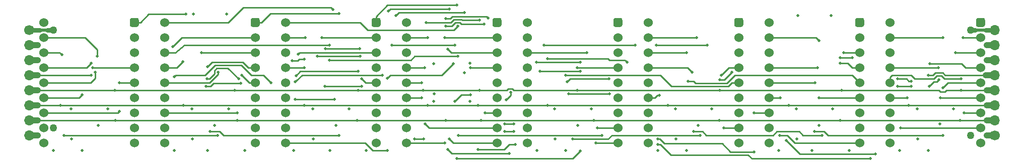
<source format=gbr>
G04 #@! TF.GenerationSoftware,KiCad,Pcbnew,(5.1.5-1-g2528d3844)*
G04 #@! TF.CreationDate,2020-01-09T15:51:35-05:00*
G04 #@! TF.ProjectId,8x16seg,38783136-7365-4672-9e6b-696361645f70,v1.0.0*
G04 #@! TF.SameCoordinates,Original*
G04 #@! TF.FileFunction,Copper,L4,Bot*
G04 #@! TF.FilePolarity,Positive*
%FSLAX46Y46*%
G04 Gerber Fmt 4.6, Leading zero omitted, Abs format (unit mm)*
G04 Created by KiCad (PCBNEW (5.1.5-1-g2528d3844)) date 2020-01-09 15:51:35*
%MOMM*%
%LPD*%
G04 APERTURE LIST*
%ADD10O,1.700000X1.700000*%
%ADD11C,1.700000*%
%ADD12C,1.524000*%
%ADD13C,0.100000*%
%ADD14C,1.000000*%
%ADD15C,0.508000*%
%ADD16C,1.270000*%
%ADD17C,1.000000*%
%ADD18C,0.762000*%
%ADD19C,0.508000*%
%ADD20C,0.254000*%
G04 APERTURE END LIST*
D10*
X228440000Y-92710000D03*
X228440000Y-95250000D03*
X228440000Y-97790000D03*
X228440000Y-100330000D03*
X228440000Y-102870000D03*
X228440000Y-105410000D03*
X228440000Y-107950000D03*
D11*
X228440000Y-110490000D03*
D10*
X66200000Y-110490000D03*
X66200000Y-107950000D03*
X66200000Y-105410000D03*
X66200000Y-102870000D03*
X66200000Y-100330000D03*
X66200000Y-97790000D03*
X66200000Y-95250000D03*
D11*
X66200000Y-92710000D03*
D12*
X68580000Y-91440000D03*
X68580000Y-93980000D03*
X68580000Y-96520000D03*
X68580000Y-99060000D03*
X68580000Y-101600000D03*
X68580000Y-104140000D03*
X68580000Y-106680000D03*
X68580000Y-109220000D03*
X68580000Y-111760000D03*
X83820000Y-111760000D03*
X83820000Y-109220000D03*
X83820000Y-106680000D03*
X83820000Y-104140000D03*
X83820000Y-101600000D03*
X83820000Y-99060000D03*
X83820000Y-96520000D03*
X83820000Y-93980000D03*
G04 #@! TA.AperFunction,ComponentPad*
D13*
G36*
X84238345Y-90679835D02*
G01*
X84275329Y-90685321D01*
X84311598Y-90694406D01*
X84346802Y-90707002D01*
X84380602Y-90722988D01*
X84412672Y-90742210D01*
X84442704Y-90764483D01*
X84470408Y-90789592D01*
X84495517Y-90817296D01*
X84517790Y-90847328D01*
X84537012Y-90879398D01*
X84552998Y-90913198D01*
X84565594Y-90948402D01*
X84574679Y-90984671D01*
X84580165Y-91021655D01*
X84582000Y-91059000D01*
X84582000Y-91821000D01*
X84580165Y-91858345D01*
X84574679Y-91895329D01*
X84565594Y-91931598D01*
X84552998Y-91966802D01*
X84537012Y-92000602D01*
X84517790Y-92032672D01*
X84495517Y-92062704D01*
X84470408Y-92090408D01*
X84442704Y-92115517D01*
X84412672Y-92137790D01*
X84380602Y-92157012D01*
X84346802Y-92172998D01*
X84311598Y-92185594D01*
X84275329Y-92194679D01*
X84238345Y-92200165D01*
X84201000Y-92202000D01*
X83439000Y-92202000D01*
X83401655Y-92200165D01*
X83364671Y-92194679D01*
X83328402Y-92185594D01*
X83293198Y-92172998D01*
X83259398Y-92157012D01*
X83227328Y-92137790D01*
X83197296Y-92115517D01*
X83169592Y-92090408D01*
X83144483Y-92062704D01*
X83122210Y-92032672D01*
X83102988Y-92000602D01*
X83087002Y-91966802D01*
X83074406Y-91931598D01*
X83065321Y-91895329D01*
X83059835Y-91858345D01*
X83058000Y-91821000D01*
X83058000Y-91059000D01*
X83059835Y-91021655D01*
X83065321Y-90984671D01*
X83074406Y-90948402D01*
X83087002Y-90913198D01*
X83102988Y-90879398D01*
X83122210Y-90847328D01*
X83144483Y-90817296D01*
X83169592Y-90789592D01*
X83197296Y-90764483D01*
X83227328Y-90742210D01*
X83259398Y-90722988D01*
X83293198Y-90707002D01*
X83328402Y-90694406D01*
X83364671Y-90685321D01*
X83401655Y-90679835D01*
X83439000Y-90678000D01*
X84201000Y-90678000D01*
X84238345Y-90679835D01*
G37*
G04 #@! TD.AperFunction*
D12*
X210820000Y-91440000D03*
X210820000Y-93980000D03*
X210820000Y-96520000D03*
X210820000Y-99060000D03*
X210820000Y-101600000D03*
X210820000Y-104140000D03*
X210820000Y-106680000D03*
X210820000Y-109220000D03*
X210820000Y-111760000D03*
X226060000Y-111760000D03*
X226060000Y-109220000D03*
X226060000Y-106680000D03*
X226060000Y-104140000D03*
X226060000Y-101600000D03*
X226060000Y-99060000D03*
X226060000Y-96520000D03*
X226060000Y-93980000D03*
G04 #@! TA.AperFunction,ComponentPad*
D13*
G36*
X226478345Y-90679835D02*
G01*
X226515329Y-90685321D01*
X226551598Y-90694406D01*
X226586802Y-90707002D01*
X226620602Y-90722988D01*
X226652672Y-90742210D01*
X226682704Y-90764483D01*
X226710408Y-90789592D01*
X226735517Y-90817296D01*
X226757790Y-90847328D01*
X226777012Y-90879398D01*
X226792998Y-90913198D01*
X226805594Y-90948402D01*
X226814679Y-90984671D01*
X226820165Y-91021655D01*
X226822000Y-91059000D01*
X226822000Y-91821000D01*
X226820165Y-91858345D01*
X226814679Y-91895329D01*
X226805594Y-91931598D01*
X226792998Y-91966802D01*
X226777012Y-92000602D01*
X226757790Y-92032672D01*
X226735517Y-92062704D01*
X226710408Y-92090408D01*
X226682704Y-92115517D01*
X226652672Y-92137790D01*
X226620602Y-92157012D01*
X226586802Y-92172998D01*
X226551598Y-92185594D01*
X226515329Y-92194679D01*
X226478345Y-92200165D01*
X226441000Y-92202000D01*
X225679000Y-92202000D01*
X225641655Y-92200165D01*
X225604671Y-92194679D01*
X225568402Y-92185594D01*
X225533198Y-92172998D01*
X225499398Y-92157012D01*
X225467328Y-92137790D01*
X225437296Y-92115517D01*
X225409592Y-92090408D01*
X225384483Y-92062704D01*
X225362210Y-92032672D01*
X225342988Y-92000602D01*
X225327002Y-91966802D01*
X225314406Y-91931598D01*
X225305321Y-91895329D01*
X225299835Y-91858345D01*
X225298000Y-91821000D01*
X225298000Y-91059000D01*
X225299835Y-91021655D01*
X225305321Y-90984671D01*
X225314406Y-90948402D01*
X225327002Y-90913198D01*
X225342988Y-90879398D01*
X225362210Y-90847328D01*
X225384483Y-90817296D01*
X225409592Y-90789592D01*
X225437296Y-90764483D01*
X225467328Y-90742210D01*
X225499398Y-90722988D01*
X225533198Y-90707002D01*
X225568402Y-90694406D01*
X225604671Y-90685321D01*
X225641655Y-90679835D01*
X225679000Y-90678000D01*
X226441000Y-90678000D01*
X226478345Y-90679835D01*
G37*
G04 #@! TD.AperFunction*
D12*
X190500000Y-91440000D03*
X190500000Y-93980000D03*
X190500000Y-96520000D03*
X190500000Y-99060000D03*
X190500000Y-101600000D03*
X190500000Y-104140000D03*
X190500000Y-106680000D03*
X190500000Y-109220000D03*
X190500000Y-111760000D03*
X205740000Y-111760000D03*
X205740000Y-109220000D03*
X205740000Y-106680000D03*
X205740000Y-104140000D03*
X205740000Y-101600000D03*
X205740000Y-99060000D03*
X205740000Y-96520000D03*
X205740000Y-93980000D03*
G04 #@! TA.AperFunction,ComponentPad*
D13*
G36*
X206158345Y-90679835D02*
G01*
X206195329Y-90685321D01*
X206231598Y-90694406D01*
X206266802Y-90707002D01*
X206300602Y-90722988D01*
X206332672Y-90742210D01*
X206362704Y-90764483D01*
X206390408Y-90789592D01*
X206415517Y-90817296D01*
X206437790Y-90847328D01*
X206457012Y-90879398D01*
X206472998Y-90913198D01*
X206485594Y-90948402D01*
X206494679Y-90984671D01*
X206500165Y-91021655D01*
X206502000Y-91059000D01*
X206502000Y-91821000D01*
X206500165Y-91858345D01*
X206494679Y-91895329D01*
X206485594Y-91931598D01*
X206472998Y-91966802D01*
X206457012Y-92000602D01*
X206437790Y-92032672D01*
X206415517Y-92062704D01*
X206390408Y-92090408D01*
X206362704Y-92115517D01*
X206332672Y-92137790D01*
X206300602Y-92157012D01*
X206266802Y-92172998D01*
X206231598Y-92185594D01*
X206195329Y-92194679D01*
X206158345Y-92200165D01*
X206121000Y-92202000D01*
X205359000Y-92202000D01*
X205321655Y-92200165D01*
X205284671Y-92194679D01*
X205248402Y-92185594D01*
X205213198Y-92172998D01*
X205179398Y-92157012D01*
X205147328Y-92137790D01*
X205117296Y-92115517D01*
X205089592Y-92090408D01*
X205064483Y-92062704D01*
X205042210Y-92032672D01*
X205022988Y-92000602D01*
X205007002Y-91966802D01*
X204994406Y-91931598D01*
X204985321Y-91895329D01*
X204979835Y-91858345D01*
X204978000Y-91821000D01*
X204978000Y-91059000D01*
X204979835Y-91021655D01*
X204985321Y-90984671D01*
X204994406Y-90948402D01*
X205007002Y-90913198D01*
X205022988Y-90879398D01*
X205042210Y-90847328D01*
X205064483Y-90817296D01*
X205089592Y-90789592D01*
X205117296Y-90764483D01*
X205147328Y-90742210D01*
X205179398Y-90722988D01*
X205213198Y-90707002D01*
X205248402Y-90694406D01*
X205284671Y-90685321D01*
X205321655Y-90679835D01*
X205359000Y-90678000D01*
X206121000Y-90678000D01*
X206158345Y-90679835D01*
G37*
G04 #@! TD.AperFunction*
D12*
X170180000Y-91440000D03*
X170180000Y-93980000D03*
X170180000Y-96520000D03*
X170180000Y-99060000D03*
X170180000Y-101600000D03*
X170180000Y-104140000D03*
X170180000Y-106680000D03*
X170180000Y-109220000D03*
X170180000Y-111760000D03*
X185420000Y-111760000D03*
X185420000Y-109220000D03*
X185420000Y-106680000D03*
X185420000Y-104140000D03*
X185420000Y-101600000D03*
X185420000Y-99060000D03*
X185420000Y-96520000D03*
X185420000Y-93980000D03*
G04 #@! TA.AperFunction,ComponentPad*
D13*
G36*
X185838345Y-90679835D02*
G01*
X185875329Y-90685321D01*
X185911598Y-90694406D01*
X185946802Y-90707002D01*
X185980602Y-90722988D01*
X186012672Y-90742210D01*
X186042704Y-90764483D01*
X186070408Y-90789592D01*
X186095517Y-90817296D01*
X186117790Y-90847328D01*
X186137012Y-90879398D01*
X186152998Y-90913198D01*
X186165594Y-90948402D01*
X186174679Y-90984671D01*
X186180165Y-91021655D01*
X186182000Y-91059000D01*
X186182000Y-91821000D01*
X186180165Y-91858345D01*
X186174679Y-91895329D01*
X186165594Y-91931598D01*
X186152998Y-91966802D01*
X186137012Y-92000602D01*
X186117790Y-92032672D01*
X186095517Y-92062704D01*
X186070408Y-92090408D01*
X186042704Y-92115517D01*
X186012672Y-92137790D01*
X185980602Y-92157012D01*
X185946802Y-92172998D01*
X185911598Y-92185594D01*
X185875329Y-92194679D01*
X185838345Y-92200165D01*
X185801000Y-92202000D01*
X185039000Y-92202000D01*
X185001655Y-92200165D01*
X184964671Y-92194679D01*
X184928402Y-92185594D01*
X184893198Y-92172998D01*
X184859398Y-92157012D01*
X184827328Y-92137790D01*
X184797296Y-92115517D01*
X184769592Y-92090408D01*
X184744483Y-92062704D01*
X184722210Y-92032672D01*
X184702988Y-92000602D01*
X184687002Y-91966802D01*
X184674406Y-91931598D01*
X184665321Y-91895329D01*
X184659835Y-91858345D01*
X184658000Y-91821000D01*
X184658000Y-91059000D01*
X184659835Y-91021655D01*
X184665321Y-90984671D01*
X184674406Y-90948402D01*
X184687002Y-90913198D01*
X184702988Y-90879398D01*
X184722210Y-90847328D01*
X184744483Y-90817296D01*
X184769592Y-90789592D01*
X184797296Y-90764483D01*
X184827328Y-90742210D01*
X184859398Y-90722988D01*
X184893198Y-90707002D01*
X184928402Y-90694406D01*
X184964671Y-90685321D01*
X185001655Y-90679835D01*
X185039000Y-90678000D01*
X185801000Y-90678000D01*
X185838345Y-90679835D01*
G37*
G04 #@! TD.AperFunction*
D12*
X149860000Y-91440000D03*
X149860000Y-93980000D03*
X149860000Y-96520000D03*
X149860000Y-99060000D03*
X149860000Y-101600000D03*
X149860000Y-104140000D03*
X149860000Y-106680000D03*
X149860000Y-109220000D03*
X149860000Y-111760000D03*
X165100000Y-111760000D03*
X165100000Y-109220000D03*
X165100000Y-106680000D03*
X165100000Y-104140000D03*
X165100000Y-101600000D03*
X165100000Y-99060000D03*
X165100000Y-96520000D03*
X165100000Y-93980000D03*
G04 #@! TA.AperFunction,ComponentPad*
D13*
G36*
X165518345Y-90679835D02*
G01*
X165555329Y-90685321D01*
X165591598Y-90694406D01*
X165626802Y-90707002D01*
X165660602Y-90722988D01*
X165692672Y-90742210D01*
X165722704Y-90764483D01*
X165750408Y-90789592D01*
X165775517Y-90817296D01*
X165797790Y-90847328D01*
X165817012Y-90879398D01*
X165832998Y-90913198D01*
X165845594Y-90948402D01*
X165854679Y-90984671D01*
X165860165Y-91021655D01*
X165862000Y-91059000D01*
X165862000Y-91821000D01*
X165860165Y-91858345D01*
X165854679Y-91895329D01*
X165845594Y-91931598D01*
X165832998Y-91966802D01*
X165817012Y-92000602D01*
X165797790Y-92032672D01*
X165775517Y-92062704D01*
X165750408Y-92090408D01*
X165722704Y-92115517D01*
X165692672Y-92137790D01*
X165660602Y-92157012D01*
X165626802Y-92172998D01*
X165591598Y-92185594D01*
X165555329Y-92194679D01*
X165518345Y-92200165D01*
X165481000Y-92202000D01*
X164719000Y-92202000D01*
X164681655Y-92200165D01*
X164644671Y-92194679D01*
X164608402Y-92185594D01*
X164573198Y-92172998D01*
X164539398Y-92157012D01*
X164507328Y-92137790D01*
X164477296Y-92115517D01*
X164449592Y-92090408D01*
X164424483Y-92062704D01*
X164402210Y-92032672D01*
X164382988Y-92000602D01*
X164367002Y-91966802D01*
X164354406Y-91931598D01*
X164345321Y-91895329D01*
X164339835Y-91858345D01*
X164338000Y-91821000D01*
X164338000Y-91059000D01*
X164339835Y-91021655D01*
X164345321Y-90984671D01*
X164354406Y-90948402D01*
X164367002Y-90913198D01*
X164382988Y-90879398D01*
X164402210Y-90847328D01*
X164424483Y-90817296D01*
X164449592Y-90789592D01*
X164477296Y-90764483D01*
X164507328Y-90742210D01*
X164539398Y-90722988D01*
X164573198Y-90707002D01*
X164608402Y-90694406D01*
X164644671Y-90685321D01*
X164681655Y-90679835D01*
X164719000Y-90678000D01*
X165481000Y-90678000D01*
X165518345Y-90679835D01*
G37*
G04 #@! TD.AperFunction*
D12*
X129540000Y-91440000D03*
X129540000Y-93980000D03*
X129540000Y-96520000D03*
X129540000Y-99060000D03*
X129540000Y-101600000D03*
X129540000Y-104140000D03*
X129540000Y-106680000D03*
X129540000Y-109220000D03*
X129540000Y-111760000D03*
X144780000Y-111760000D03*
X144780000Y-109220000D03*
X144780000Y-106680000D03*
X144780000Y-104140000D03*
X144780000Y-101600000D03*
X144780000Y-99060000D03*
X144780000Y-96520000D03*
X144780000Y-93980000D03*
G04 #@! TA.AperFunction,ComponentPad*
D13*
G36*
X145198345Y-90679835D02*
G01*
X145235329Y-90685321D01*
X145271598Y-90694406D01*
X145306802Y-90707002D01*
X145340602Y-90722988D01*
X145372672Y-90742210D01*
X145402704Y-90764483D01*
X145430408Y-90789592D01*
X145455517Y-90817296D01*
X145477790Y-90847328D01*
X145497012Y-90879398D01*
X145512998Y-90913198D01*
X145525594Y-90948402D01*
X145534679Y-90984671D01*
X145540165Y-91021655D01*
X145542000Y-91059000D01*
X145542000Y-91821000D01*
X145540165Y-91858345D01*
X145534679Y-91895329D01*
X145525594Y-91931598D01*
X145512998Y-91966802D01*
X145497012Y-92000602D01*
X145477790Y-92032672D01*
X145455517Y-92062704D01*
X145430408Y-92090408D01*
X145402704Y-92115517D01*
X145372672Y-92137790D01*
X145340602Y-92157012D01*
X145306802Y-92172998D01*
X145271598Y-92185594D01*
X145235329Y-92194679D01*
X145198345Y-92200165D01*
X145161000Y-92202000D01*
X144399000Y-92202000D01*
X144361655Y-92200165D01*
X144324671Y-92194679D01*
X144288402Y-92185594D01*
X144253198Y-92172998D01*
X144219398Y-92157012D01*
X144187328Y-92137790D01*
X144157296Y-92115517D01*
X144129592Y-92090408D01*
X144104483Y-92062704D01*
X144082210Y-92032672D01*
X144062988Y-92000602D01*
X144047002Y-91966802D01*
X144034406Y-91931598D01*
X144025321Y-91895329D01*
X144019835Y-91858345D01*
X144018000Y-91821000D01*
X144018000Y-91059000D01*
X144019835Y-91021655D01*
X144025321Y-90984671D01*
X144034406Y-90948402D01*
X144047002Y-90913198D01*
X144062988Y-90879398D01*
X144082210Y-90847328D01*
X144104483Y-90817296D01*
X144129592Y-90789592D01*
X144157296Y-90764483D01*
X144187328Y-90742210D01*
X144219398Y-90722988D01*
X144253198Y-90707002D01*
X144288402Y-90694406D01*
X144324671Y-90685321D01*
X144361655Y-90679835D01*
X144399000Y-90678000D01*
X145161000Y-90678000D01*
X145198345Y-90679835D01*
G37*
G04 #@! TD.AperFunction*
D12*
X109220000Y-91440000D03*
X109220000Y-93980000D03*
X109220000Y-96520000D03*
X109220000Y-99060000D03*
X109220000Y-101600000D03*
X109220000Y-104140000D03*
X109220000Y-106680000D03*
X109220000Y-109220000D03*
X109220000Y-111760000D03*
X124460000Y-111760000D03*
X124460000Y-109220000D03*
X124460000Y-106680000D03*
X124460000Y-104140000D03*
X124460000Y-101600000D03*
X124460000Y-99060000D03*
X124460000Y-96520000D03*
X124460000Y-93980000D03*
G04 #@! TA.AperFunction,ComponentPad*
D13*
G36*
X124878345Y-90679835D02*
G01*
X124915329Y-90685321D01*
X124951598Y-90694406D01*
X124986802Y-90707002D01*
X125020602Y-90722988D01*
X125052672Y-90742210D01*
X125082704Y-90764483D01*
X125110408Y-90789592D01*
X125135517Y-90817296D01*
X125157790Y-90847328D01*
X125177012Y-90879398D01*
X125192998Y-90913198D01*
X125205594Y-90948402D01*
X125214679Y-90984671D01*
X125220165Y-91021655D01*
X125222000Y-91059000D01*
X125222000Y-91821000D01*
X125220165Y-91858345D01*
X125214679Y-91895329D01*
X125205594Y-91931598D01*
X125192998Y-91966802D01*
X125177012Y-92000602D01*
X125157790Y-92032672D01*
X125135517Y-92062704D01*
X125110408Y-92090408D01*
X125082704Y-92115517D01*
X125052672Y-92137790D01*
X125020602Y-92157012D01*
X124986802Y-92172998D01*
X124951598Y-92185594D01*
X124915329Y-92194679D01*
X124878345Y-92200165D01*
X124841000Y-92202000D01*
X124079000Y-92202000D01*
X124041655Y-92200165D01*
X124004671Y-92194679D01*
X123968402Y-92185594D01*
X123933198Y-92172998D01*
X123899398Y-92157012D01*
X123867328Y-92137790D01*
X123837296Y-92115517D01*
X123809592Y-92090408D01*
X123784483Y-92062704D01*
X123762210Y-92032672D01*
X123742988Y-92000602D01*
X123727002Y-91966802D01*
X123714406Y-91931598D01*
X123705321Y-91895329D01*
X123699835Y-91858345D01*
X123698000Y-91821000D01*
X123698000Y-91059000D01*
X123699835Y-91021655D01*
X123705321Y-90984671D01*
X123714406Y-90948402D01*
X123727002Y-90913198D01*
X123742988Y-90879398D01*
X123762210Y-90847328D01*
X123784483Y-90817296D01*
X123809592Y-90789592D01*
X123837296Y-90764483D01*
X123867328Y-90742210D01*
X123899398Y-90722988D01*
X123933198Y-90707002D01*
X123968402Y-90694406D01*
X124004671Y-90685321D01*
X124041655Y-90679835D01*
X124079000Y-90678000D01*
X124841000Y-90678000D01*
X124878345Y-90679835D01*
G37*
G04 #@! TD.AperFunction*
D12*
X88900000Y-91440000D03*
X88900000Y-93980000D03*
X88900000Y-96520000D03*
X88900000Y-99060000D03*
X88900000Y-101600000D03*
X88900000Y-104140000D03*
X88900000Y-106680000D03*
X88900000Y-109220000D03*
X88900000Y-111760000D03*
X104140000Y-111760000D03*
X104140000Y-109220000D03*
X104140000Y-106680000D03*
X104140000Y-104140000D03*
X104140000Y-101600000D03*
X104140000Y-99060000D03*
X104140000Y-96520000D03*
X104140000Y-93980000D03*
G04 #@! TA.AperFunction,ComponentPad*
D13*
G36*
X104558345Y-90679835D02*
G01*
X104595329Y-90685321D01*
X104631598Y-90694406D01*
X104666802Y-90707002D01*
X104700602Y-90722988D01*
X104732672Y-90742210D01*
X104762704Y-90764483D01*
X104790408Y-90789592D01*
X104815517Y-90817296D01*
X104837790Y-90847328D01*
X104857012Y-90879398D01*
X104872998Y-90913198D01*
X104885594Y-90948402D01*
X104894679Y-90984671D01*
X104900165Y-91021655D01*
X104902000Y-91059000D01*
X104902000Y-91821000D01*
X104900165Y-91858345D01*
X104894679Y-91895329D01*
X104885594Y-91931598D01*
X104872998Y-91966802D01*
X104857012Y-92000602D01*
X104837790Y-92032672D01*
X104815517Y-92062704D01*
X104790408Y-92090408D01*
X104762704Y-92115517D01*
X104732672Y-92137790D01*
X104700602Y-92157012D01*
X104666802Y-92172998D01*
X104631598Y-92185594D01*
X104595329Y-92194679D01*
X104558345Y-92200165D01*
X104521000Y-92202000D01*
X103759000Y-92202000D01*
X103721655Y-92200165D01*
X103684671Y-92194679D01*
X103648402Y-92185594D01*
X103613198Y-92172998D01*
X103579398Y-92157012D01*
X103547328Y-92137790D01*
X103517296Y-92115517D01*
X103489592Y-92090408D01*
X103464483Y-92062704D01*
X103442210Y-92032672D01*
X103422988Y-92000602D01*
X103407002Y-91966802D01*
X103394406Y-91931598D01*
X103385321Y-91895329D01*
X103379835Y-91858345D01*
X103378000Y-91821000D01*
X103378000Y-91059000D01*
X103379835Y-91021655D01*
X103385321Y-90984671D01*
X103394406Y-90948402D01*
X103407002Y-90913198D01*
X103422988Y-90879398D01*
X103442210Y-90847328D01*
X103464483Y-90817296D01*
X103489592Y-90789592D01*
X103517296Y-90764483D01*
X103547328Y-90742210D01*
X103579398Y-90722988D01*
X103613198Y-90707002D01*
X103648402Y-90694406D01*
X103684671Y-90685321D01*
X103721655Y-90679835D01*
X103759000Y-90678000D01*
X104521000Y-90678000D01*
X104558345Y-90679835D01*
G37*
G04 #@! TD.AperFunction*
D14*
X67564000Y-110490000D03*
X67564000Y-107950000D03*
X67564000Y-105410000D03*
X67564000Y-102870000D03*
X67564000Y-100330000D03*
X67564000Y-97790000D03*
X67564000Y-95250000D03*
X227076000Y-95250000D03*
X227076000Y-97790000D03*
X227076000Y-100330000D03*
X227076000Y-102870000D03*
X227076000Y-105410000D03*
X227076000Y-107950000D03*
X227076000Y-110490000D03*
D15*
X215392000Y-106045000D03*
X195072000Y-106045000D03*
X174752000Y-106045000D03*
X113792000Y-106045000D03*
X93472000Y-106045000D03*
X140208000Y-104775000D03*
X154432000Y-106045000D03*
X93726000Y-90043000D03*
X195326000Y-90297000D03*
X134112000Y-98425000D03*
X73152000Y-106045000D03*
X221488000Y-106045000D03*
X201168000Y-106045000D03*
X180848000Y-106045000D03*
X119888000Y-106045000D03*
X99695000Y-106045000D03*
X73279000Y-111125000D03*
X77724000Y-108839000D03*
X139319000Y-99949000D03*
X134239000Y-103505000D03*
X134133327Y-104765644D03*
X160655000Y-106045000D03*
X97282000Y-108839000D03*
X93599000Y-111125000D03*
X99314000Y-90043000D03*
X113919000Y-111125000D03*
X117729000Y-108839000D03*
X158369000Y-108839000D03*
X154559000Y-111125000D03*
X215519000Y-111125000D03*
X219202000Y-108587530D03*
X198882000Y-108839000D03*
X200914000Y-90297000D03*
X178562000Y-108839000D03*
X217297000Y-113030000D03*
X197739000Y-113030000D03*
X176657000Y-113030000D03*
X156337000Y-113030000D03*
X116713000Y-113030000D03*
X96139000Y-113030000D03*
X75057000Y-113030000D03*
X195199000Y-111125000D03*
X140208000Y-98298000D03*
X79375000Y-106045000D03*
X174879000Y-111125000D03*
D16*
X70231000Y-92710000D03*
X224409000Y-110490000D03*
X224409000Y-92710000D03*
D15*
X212471000Y-113030000D03*
X203962000Y-113030000D03*
X192151000Y-113030000D03*
X171831000Y-113030000D03*
X151511000Y-113030000D03*
X122809000Y-113030000D03*
X110617000Y-113030000D03*
X102362000Y-113030000D03*
X90551000Y-113030000D03*
X70231000Y-113030000D03*
D16*
X70231000Y-109220000D03*
D15*
X80645000Y-107950000D03*
X101092000Y-107950000D03*
X121285000Y-107950000D03*
X182118000Y-107950000D03*
X202438000Y-107950000D03*
X136144000Y-107950000D03*
X142113000Y-107950000D03*
X161036000Y-107950000D03*
X222631000Y-107950000D03*
X92075000Y-105410000D03*
X112395000Y-105410000D03*
X213995000Y-105410000D03*
X153289000Y-105410000D03*
X133096043Y-105410000D03*
X141605018Y-105410000D03*
X71374000Y-105410000D03*
X193802000Y-105410000D03*
X173482000Y-105410000D03*
X141859010Y-102870000D03*
X80518000Y-102870000D03*
X121412000Y-102870000D03*
X182245000Y-102870000D03*
X202692000Y-102870000D03*
X222758000Y-102870000D03*
X158242000Y-102870000D03*
X100711000Y-102870000D03*
X132334000Y-102870000D03*
X76581000Y-100330000D03*
X217297000Y-100330000D03*
X92456010Y-90043000D03*
X76835000Y-99060000D03*
X81280000Y-101600000D03*
X81280000Y-106426000D03*
X75057000Y-103632000D03*
X77216000Y-99822000D03*
X76581000Y-98298000D03*
X71628000Y-96901000D03*
X77597000Y-97155000D03*
X117221000Y-89281000D03*
X116586000Y-95249990D03*
X91948000Y-98044000D03*
X97914537Y-99829911D03*
X90551000Y-100584000D03*
X110871000Y-104393999D03*
X117475004Y-104394000D03*
X106807000Y-101600000D03*
X101092000Y-106680000D03*
X95885000Y-102234990D03*
X101727000Y-101727000D03*
X96018274Y-100919385D03*
X101346000Y-100965000D03*
X101854000Y-100330000D03*
X96133987Y-98919493D03*
X95123000Y-96520000D03*
X90297000Y-95504000D03*
X118237000Y-89916000D03*
X138176000Y-92075000D03*
X112522000Y-93980000D03*
X112395000Y-99060000D03*
X110363008Y-97917000D03*
X112395000Y-97663000D03*
X126492000Y-89535000D03*
X125476000Y-100330000D03*
X110871000Y-101473000D03*
X136779000Y-89156530D03*
X121412000Y-99695000D03*
X110993488Y-100452472D03*
X126365000Y-113030000D03*
X137668000Y-95250000D03*
X127127000Y-95250000D03*
X137414000Y-98425000D03*
X126365000Y-100838000D03*
X115823990Y-102235000D03*
X122047000Y-102235000D03*
X121793000Y-97155000D03*
X114554000Y-97155010D03*
X122047000Y-100965000D03*
X121666000Y-95885000D03*
X115951000Y-95885000D03*
X111379003Y-96774003D03*
X115316000Y-93980000D03*
X138049000Y-88519000D03*
X133096000Y-93980000D03*
X132461000Y-111125000D03*
X130937000Y-111125000D03*
X132588000Y-99060000D03*
X132080000Y-101600000D03*
X132080000Y-104140000D03*
X139319000Y-89789000D03*
X127762000Y-90297000D03*
X136017000Y-111760000D03*
X136779000Y-111125000D03*
X132715000Y-108585000D03*
X142748021Y-106680000D03*
X141859000Y-91059000D03*
X132842000Y-91440000D03*
X142621000Y-91694000D03*
X136144000Y-92075000D03*
X143256000Y-90678000D03*
X136144000Y-90805000D03*
X140335000Y-99060000D03*
X140335000Y-103632000D03*
X137668000Y-104775000D03*
X136559251Y-95977751D03*
X136017000Y-93980000D03*
X136525000Y-112903000D03*
X146812000Y-113538000D03*
X146304000Y-104521000D03*
X147066000Y-103251000D03*
X159893000Y-96520000D03*
X146049979Y-108585000D03*
X147574000Y-108585000D03*
X147574000Y-109855000D03*
X146050000Y-109855000D03*
X158750000Y-98171000D03*
X151384000Y-98171000D03*
X141605000Y-112902968D03*
X147828000Y-112014000D03*
X158750000Y-99695000D03*
X152019000Y-99695000D03*
X161417000Y-111760000D03*
X161671000Y-109220000D03*
X162433000Y-110490000D03*
X138303000Y-110490000D03*
X158242000Y-99060000D03*
X178308000Y-93980000D03*
X176657000Y-96520000D03*
X177546000Y-99822000D03*
X152654000Y-95250000D03*
X168021000Y-95250000D03*
X172085000Y-103759000D03*
X153289000Y-97536000D03*
X166624000Y-98171000D03*
X171577000Y-95250000D03*
X180086000Y-95250000D03*
X182880000Y-109220000D03*
X156591000Y-101473000D03*
X163576000Y-100965000D03*
X156845000Y-103505000D03*
X163703000Y-103505000D03*
X156337000Y-100330000D03*
X182499000Y-100330000D03*
X184277000Y-99822000D03*
X182245000Y-101092000D03*
X198882000Y-94488000D03*
X198628000Y-99060000D03*
X198247000Y-101600000D03*
X192405000Y-104140000D03*
X187960000Y-106680000D03*
X171831000Y-111125000D03*
X187960000Y-113284000D03*
X192278000Y-110490000D03*
X204470000Y-97409000D03*
X202438000Y-97409000D03*
X207518000Y-114427000D03*
X171831000Y-112014000D03*
X198882000Y-104140000D03*
X176911000Y-101346000D03*
X202438000Y-98298000D03*
X203073000Y-96520000D03*
X212090000Y-102235000D03*
X214376000Y-102235000D03*
X219710000Y-93980000D03*
X214376000Y-101346000D03*
X212090000Y-100965000D03*
X218948000Y-99060000D03*
X222758000Y-100965000D03*
X213741000Y-104140000D03*
X193421000Y-111379000D03*
X208407000Y-113665000D03*
X212598000Y-109220000D03*
X223266000Y-106680000D03*
X219329000Y-104140000D03*
X219710000Y-102489000D03*
X217551000Y-98425000D03*
X221869000Y-96520000D03*
X223139000Y-93980000D03*
X217424000Y-102235000D03*
X219075000Y-101092000D03*
X97790000Y-110490000D03*
X72009000Y-110490000D03*
X118237000Y-110490000D03*
X96519996Y-109855000D03*
X138176000Y-97155000D03*
X116585968Y-97789994D03*
X158750000Y-113157000D03*
X138049000Y-114427000D03*
X178943000Y-110490000D03*
X157480000Y-111125000D03*
X199390000Y-110490000D03*
X177800000Y-109855000D03*
X219710000Y-110490000D03*
X198120000Y-109855000D03*
D17*
X228440000Y-95250000D02*
X227076000Y-95250000D01*
X66200000Y-95250000D02*
X67564000Y-95250000D01*
X228440000Y-110490000D02*
X227076000Y-110490000D01*
X228440000Y-97790000D02*
X227076000Y-97790000D01*
X66200000Y-110490000D02*
X67564000Y-110490000D01*
X66200000Y-97790000D02*
X67564000Y-97790000D01*
D18*
X66200000Y-92710000D02*
X67945000Y-92710000D01*
D19*
X67945000Y-92710000D02*
X69215000Y-92710000D01*
D18*
X69215000Y-92710000D02*
X70231000Y-92710000D01*
X224409000Y-92710000D02*
X225171000Y-92710000D01*
X228440000Y-92710000D02*
X226949000Y-92710000D01*
D19*
X226949000Y-92710000D02*
X225171000Y-92710000D01*
D20*
X80645000Y-107950000D02*
X101092000Y-107950000D01*
X101092000Y-107950000D02*
X121285000Y-107950000D01*
X182118000Y-107950000D02*
X202438000Y-107950000D01*
X121285000Y-107950000D02*
X136144000Y-107950000D01*
X67564000Y-107950000D02*
X80645000Y-107950000D01*
D17*
X228440000Y-107950000D02*
X227076000Y-107950000D01*
X66200000Y-107950000D02*
X67564000Y-107950000D01*
D20*
X136144000Y-107950000D02*
X142113000Y-107950000D01*
X161036000Y-107950000D02*
X182118000Y-107950000D01*
X161036000Y-107950000D02*
X142113000Y-107950000D01*
X222631000Y-107950000D02*
X226060000Y-107950000D01*
X226060000Y-107950000D02*
X227076000Y-107950000D01*
X202438000Y-107950000D02*
X222631000Y-107950000D01*
X112395000Y-105410000D02*
X92075000Y-105410000D01*
X112395000Y-105410000D02*
X133096043Y-105410000D01*
X133096043Y-105410000D02*
X141605018Y-105410000D01*
X153289000Y-105410000D02*
X141605018Y-105410000D01*
X227076000Y-105410000D02*
X213995000Y-105410000D01*
D17*
X228440000Y-105410000D02*
X227076000Y-105410000D01*
X66200000Y-105410000D02*
X67564000Y-105410000D01*
D20*
X71374000Y-105410000D02*
X67564000Y-105410000D01*
X71374000Y-105410000D02*
X92075000Y-105410000D01*
X213995000Y-105410000D02*
X193802000Y-105410000D01*
X193802000Y-105410000D02*
X173482000Y-105410000D01*
X153289000Y-105410000D02*
X173482000Y-105410000D01*
D17*
X228440000Y-102870000D02*
X227076000Y-102870000D01*
X66200000Y-102870000D02*
X67564000Y-102870000D01*
D20*
X80518000Y-102870000D02*
X67564000Y-102870000D01*
X182245000Y-102870000D02*
X202692000Y-102870000D01*
X226060000Y-102870000D02*
X227076000Y-102870000D01*
X219329000Y-103124000D02*
X219075000Y-102870000D01*
X222758000Y-102870000D02*
X226060000Y-102870000D01*
X219075000Y-102870000D02*
X202692000Y-102870000D01*
X222758000Y-102870000D02*
X220345000Y-102870000D01*
X220345000Y-102870000D02*
X220091000Y-103124000D01*
X220091000Y-103124000D02*
X219329000Y-103124000D01*
X161671000Y-102870000D02*
X182245000Y-102870000D01*
X161671000Y-102870000D02*
X158242000Y-102870000D01*
X100711000Y-102870000D02*
X121412000Y-102870000D01*
X100711000Y-102870000D02*
X80518000Y-102870000D01*
X121412000Y-102870000D02*
X132334000Y-102870000D01*
X146685023Y-102615977D02*
X147370781Y-102615977D01*
X146431000Y-102870000D02*
X146685023Y-102615977D01*
X147624804Y-102870000D02*
X158242000Y-102870000D01*
X132334000Y-102870000D02*
X146431000Y-102870000D01*
X147370781Y-102615977D02*
X147624804Y-102870000D01*
D17*
X66200000Y-100330000D02*
X67564000Y-100330000D01*
D20*
X76581000Y-100330000D02*
X67564000Y-100330000D01*
D17*
X228440000Y-100330000D02*
X226949000Y-100330000D01*
D20*
X218059000Y-100330000D02*
X218440000Y-99949000D01*
X220091000Y-100330000D02*
X226949000Y-100330000D01*
X218440000Y-99949000D02*
X219710000Y-99949000D01*
X217297000Y-100330000D02*
X218059000Y-100330000D01*
X219710000Y-99949000D02*
X220091000Y-100330000D01*
X92096800Y-90043000D02*
X92456010Y-90043000D01*
X83820000Y-91440000D02*
X84836000Y-91440000D01*
X86233000Y-90043000D02*
X92096800Y-90043000D01*
X84836000Y-91440000D02*
X86233000Y-90043000D01*
X76835000Y-99060000D02*
X83820000Y-99060000D01*
X81280000Y-101600000D02*
X83820000Y-101600000D01*
X81026000Y-106680000D02*
X68580000Y-106680000D01*
X81280000Y-106426000D02*
X81026000Y-106680000D01*
X75057000Y-103632000D02*
X74549000Y-104140000D01*
X74549000Y-104140000D02*
X68580000Y-104140000D01*
X76454000Y-101600000D02*
X68580000Y-101600000D01*
X77216000Y-99822000D02*
X77216000Y-100838000D01*
X77216000Y-100838000D02*
X76454000Y-101600000D01*
X76581000Y-98298000D02*
X75819000Y-99060000D01*
X75819000Y-99060000D02*
X68580000Y-99060000D01*
X71247000Y-96520000D02*
X68580000Y-96520000D01*
X71628000Y-96901000D02*
X71247000Y-96520000D01*
X72136000Y-93980000D02*
X68580000Y-93980000D01*
X75565000Y-93980000D02*
X72136000Y-93980000D01*
X77597000Y-96012000D02*
X75565000Y-93980000D01*
X77597000Y-97155000D02*
X77597000Y-96012000D01*
X116840000Y-88900000D02*
X117221000Y-89281000D01*
X102108000Y-88900000D02*
X116840000Y-88900000D01*
X99568000Y-91440000D02*
X102108000Y-88900000D01*
X88900000Y-91440000D02*
X99568000Y-91440000D01*
X90678000Y-96520000D02*
X92202000Y-95250000D01*
X88900000Y-96520000D02*
X90678000Y-96520000D01*
X100330000Y-95250000D02*
X100076000Y-95250000D01*
X92202000Y-95250000D02*
X100330000Y-95250000D01*
X100330000Y-95250000D02*
X100330010Y-95249990D01*
X116226790Y-95249990D02*
X116586000Y-95249990D01*
X100330010Y-95249990D02*
X116226790Y-95249990D01*
X90932000Y-99060000D02*
X88900000Y-99060000D01*
X91948000Y-98044000D02*
X90932000Y-99060000D01*
X96503658Y-101600000D02*
X97914537Y-100189121D01*
X88900000Y-101600000D02*
X96503658Y-101600000D01*
X97914537Y-100189121D02*
X97914537Y-99829911D01*
X110871000Y-104393999D02*
X111230211Y-104394000D01*
X111230211Y-104394000D02*
X117115794Y-104394000D01*
X117115794Y-104394000D02*
X117475004Y-104394000D01*
X95731750Y-100330001D02*
X90804999Y-100330001D01*
X106807000Y-101600000D02*
X105537001Y-100330001D01*
X105537001Y-100330001D02*
X103505001Y-100330001D01*
X97396782Y-98664969D02*
X95731750Y-100330001D01*
X103505001Y-100330001D02*
X101839969Y-98664969D01*
X90804999Y-100330001D02*
X90551000Y-100584000D01*
X101839969Y-98664969D02*
X97396782Y-98664969D01*
X96774000Y-106680000D02*
X101092000Y-106680000D01*
X88900000Y-106680000D02*
X96774000Y-106680000D01*
X95885010Y-102235000D02*
X95885000Y-102234990D01*
X96647000Y-102235000D02*
X95885010Y-102235000D01*
X97155000Y-101727000D02*
X96647000Y-102235000D01*
X101727000Y-101727000D02*
X97155000Y-101727000D01*
X97282000Y-100076000D02*
X96438615Y-100919385D01*
X101346000Y-100965000D02*
X99553980Y-99172980D01*
X96438615Y-100919385D02*
X96018274Y-100919385D01*
X97282000Y-99568000D02*
X97282000Y-100076000D01*
X99553980Y-99172980D02*
X97677020Y-99172980D01*
X97677020Y-99172980D02*
X97282000Y-99568000D01*
X101854000Y-100330000D02*
X103124000Y-101600000D01*
X103124000Y-101600000D02*
X104140000Y-101600000D01*
X104140000Y-99060000D02*
X102989979Y-99060000D01*
X102989979Y-99060000D02*
X102086937Y-98156958D01*
X96387986Y-98665494D02*
X96133987Y-98919493D01*
X102086937Y-98156958D02*
X96896522Y-98156958D01*
X96896522Y-98156958D02*
X96387986Y-98665494D01*
X95123000Y-96520000D02*
X104140000Y-96520000D01*
X94996000Y-93980000D02*
X104140000Y-93980000D01*
X91821000Y-93980000D02*
X94996000Y-93980000D01*
X90297000Y-95504000D02*
X91821000Y-93980000D01*
X105156000Y-91440000D02*
X104140000Y-91440000D01*
X106680000Y-89916000D02*
X105156000Y-91440000D01*
X118237000Y-89916000D02*
X106680000Y-89916000D01*
X121793000Y-91440000D02*
X109220000Y-91440000D01*
X123063000Y-92710000D02*
X121793000Y-91440000D01*
X137541000Y-92710000D02*
X123063000Y-92710000D01*
X138176000Y-92075000D02*
X137541000Y-92710000D01*
X112522000Y-93980000D02*
X109220000Y-93980000D01*
X112395000Y-99060000D02*
X109220000Y-99060000D01*
X111252000Y-97917000D02*
X110363008Y-97917000D01*
X112395000Y-97663000D02*
X111506000Y-97663000D01*
X111506000Y-97663000D02*
X111252000Y-97917000D01*
X112014000Y-100330000D02*
X111124999Y-101219001D01*
X125476000Y-100330000D02*
X112014000Y-100330000D01*
X111124999Y-101219001D02*
X110871000Y-101473000D01*
X126492000Y-89535000D02*
X126870470Y-89156530D01*
X126870470Y-89156530D02*
X136544175Y-89156530D01*
X136544175Y-89156530D02*
X136779000Y-89156530D01*
X111750960Y-99695000D02*
X110993488Y-100452472D01*
X121412000Y-99695000D02*
X111750960Y-99695000D01*
X126005790Y-113030000D02*
X126365000Y-113030000D01*
X123875802Y-113030000D02*
X126005790Y-113030000D01*
X122605802Y-111760000D02*
X123875802Y-113030000D01*
X109220000Y-111760000D02*
X122605802Y-111760000D01*
X137668000Y-95250000D02*
X127127000Y-95250000D01*
X126618999Y-100584001D02*
X126365000Y-100838000D01*
X126873000Y-100330000D02*
X126618999Y-100584001D01*
X135509000Y-100330000D02*
X126873000Y-100330000D01*
X137414000Y-98425000D02*
X135509000Y-100330000D01*
X115823990Y-102235000D02*
X122047000Y-102235000D01*
X116890808Y-97155000D02*
X121793000Y-97155000D01*
X116890801Y-97154993D02*
X116890808Y-97155000D01*
X114554017Y-97154993D02*
X116890801Y-97154993D01*
X114554000Y-97155010D02*
X114554017Y-97154993D01*
X122682000Y-101600000D02*
X122047000Y-100965000D01*
X124460000Y-101600000D02*
X122682000Y-101600000D01*
X121666000Y-95885000D02*
X115951000Y-95885000D01*
X124460000Y-96520000D02*
X111633006Y-96520000D01*
X111633006Y-96520000D02*
X111633002Y-96520004D01*
X111633002Y-96520004D02*
X111379003Y-96774003D01*
X115316000Y-93980000D02*
X124460000Y-93980000D01*
X124460000Y-90424000D02*
X124460000Y-91440000D01*
X126359931Y-88524069D02*
X124460000Y-90424000D01*
X137927069Y-88524069D02*
X126359931Y-88524069D01*
X138049000Y-88519000D02*
X137932138Y-88519000D01*
X137932138Y-88519000D02*
X137927069Y-88524069D01*
X133096000Y-93980000D02*
X129540000Y-93980000D01*
X130937000Y-111125000D02*
X132461000Y-111125000D01*
X132588000Y-99060000D02*
X129540000Y-99060000D01*
X132080000Y-101600000D02*
X129540000Y-101600000D01*
X132080000Y-104140000D02*
X129540000Y-104140000D01*
X132207000Y-89789000D02*
X139319000Y-89789000D01*
X128270000Y-89789000D02*
X132207000Y-89789000D01*
X127762000Y-90297000D02*
X128270000Y-89789000D01*
X136017000Y-111760000D02*
X129540000Y-111760000D01*
X137414000Y-111760000D02*
X144780000Y-111760000D01*
X136779000Y-111125000D02*
X137414000Y-111760000D01*
X133350000Y-109220000D02*
X137414012Y-109220000D01*
X137414012Y-109220000D02*
X144780000Y-109220000D01*
X132715000Y-108585000D02*
X133350000Y-109220000D01*
X144780000Y-106680000D02*
X142748021Y-106680000D01*
X138938000Y-91059000D02*
X141859000Y-91059000D01*
X132842000Y-91440000D02*
X137033000Y-91440000D01*
X138811000Y-90932000D02*
X138938000Y-91059000D01*
X137033000Y-91440000D02*
X137541000Y-90932000D01*
X137541000Y-90932000D02*
X138811000Y-90932000D01*
X138811000Y-91694000D02*
X142621000Y-91694000D01*
X136144000Y-92075000D02*
X137160000Y-92075000D01*
X137160000Y-92075000D02*
X137795000Y-91440000D01*
X137795000Y-91440000D02*
X138557000Y-91440000D01*
X138557000Y-91440000D02*
X138811000Y-91694000D01*
X143002000Y-90424000D02*
X143256000Y-90678000D01*
X137287000Y-90424000D02*
X143002000Y-90424000D01*
X136906000Y-90805000D02*
X137287000Y-90424000D01*
X136144000Y-90805000D02*
X136906000Y-90805000D01*
X144780000Y-99060000D02*
X140335000Y-99060000D01*
X138811000Y-103632000D02*
X140335000Y-103632000D01*
X137668000Y-104775000D02*
X138811000Y-103632000D01*
X136813250Y-96231750D02*
X136559251Y-95977751D01*
X144780000Y-96520000D02*
X137101500Y-96520000D01*
X137101500Y-96520000D02*
X136813250Y-96231750D01*
X144780000Y-93980000D02*
X136017000Y-93980000D01*
X137159978Y-113537978D02*
X136525000Y-112903000D01*
X142113140Y-113537978D02*
X137159978Y-113537978D01*
X142113162Y-113538000D02*
X142113140Y-113537978D01*
X146812000Y-113538000D02*
X142113162Y-113538000D01*
X147066000Y-103759000D02*
X146304000Y-104521000D01*
X147066000Y-103251000D02*
X147066000Y-103759000D01*
X159893000Y-96520000D02*
X149860000Y-96520000D01*
X146049979Y-108585000D02*
X147574000Y-108585000D01*
X146050000Y-109855000D02*
X147574000Y-109855000D01*
X151384000Y-98171000D02*
X158750000Y-98171000D01*
X147468790Y-112014000D02*
X147828000Y-112014000D01*
X141964210Y-112902968D02*
X141964242Y-112903000D01*
X146877332Y-112014000D02*
X147468790Y-112014000D01*
X141605000Y-112902968D02*
X141964210Y-112902968D01*
X145988332Y-112903000D02*
X146877332Y-112014000D01*
X141964242Y-112903000D02*
X145988332Y-112903000D01*
X152019000Y-99695000D02*
X158750000Y-99695000D01*
X161417000Y-111760000D02*
X165100000Y-111760000D01*
X161671000Y-109220000D02*
X165100000Y-109220000D01*
X138303000Y-110490000D02*
X162433000Y-110490000D01*
X158242000Y-99060000D02*
X165100000Y-99060000D01*
X178308000Y-93980000D02*
X170180000Y-93980000D01*
X176657000Y-96520000D02*
X170180000Y-96520000D01*
X176784000Y-99060000D02*
X170180000Y-99060000D01*
X177546000Y-99822000D02*
X176784000Y-99060000D01*
X168021000Y-95250000D02*
X152654000Y-95250000D01*
X171704000Y-103759000D02*
X171323000Y-104140000D01*
X171323000Y-104140000D02*
X170180000Y-104140000D01*
X172085000Y-103759000D02*
X171704000Y-103759000D01*
X153289000Y-97536000D02*
X163449000Y-97536000D01*
X163449000Y-97536000D02*
X163703000Y-97790000D01*
X166370001Y-97917001D02*
X166624000Y-98171000D01*
X163703000Y-97790000D02*
X166243000Y-97790000D01*
X166243000Y-97790000D02*
X166370001Y-97917001D01*
X180086000Y-95250000D02*
X171577000Y-95250000D01*
X182880000Y-109220000D02*
X185420000Y-109220000D01*
X157099000Y-100965000D02*
X163576000Y-100965000D01*
X156591000Y-101473000D02*
X157099000Y-100965000D01*
X163703000Y-103505000D02*
X156845000Y-103505000D01*
X184277000Y-101600000D02*
X185420000Y-101600000D01*
X174117000Y-102235000D02*
X183642000Y-102235000D01*
X172212000Y-100330000D02*
X174117000Y-102235000D01*
X156337000Y-100330000D02*
X172212000Y-100330000D01*
X183642000Y-102235000D02*
X184277000Y-101600000D01*
X183769000Y-99060000D02*
X185420000Y-99060000D01*
X182499000Y-100330000D02*
X183769000Y-99060000D01*
X182245000Y-101092000D02*
X183007000Y-101092000D01*
X183007000Y-101092000D02*
X184277000Y-99822000D01*
X198374000Y-93980000D02*
X190500000Y-93980000D01*
X198882000Y-94488000D02*
X198374000Y-93980000D01*
X190500000Y-99060000D02*
X198628000Y-99060000D01*
X190500000Y-101600000D02*
X198247000Y-101600000D01*
X192405000Y-104140000D02*
X190500000Y-104140000D01*
X190500000Y-106680000D02*
X187960000Y-106680000D01*
X172952210Y-111887000D02*
X172190210Y-111125000D01*
X182626000Y-111887000D02*
X172952210Y-111887000D01*
X187957655Y-113286345D02*
X187200231Y-113286345D01*
X172190210Y-111125000D02*
X171831000Y-111125000D01*
X187200231Y-113286345D02*
X184025342Y-113286342D01*
X187960000Y-113284000D02*
X187957655Y-113286345D01*
X184025342Y-113286342D02*
X182626000Y-111887000D01*
X192637210Y-110490000D02*
X192278000Y-110490000D01*
X193548000Y-110490000D02*
X192637210Y-110490000D01*
X194818000Y-111760000D02*
X193548000Y-110490000D01*
X205740000Y-111760000D02*
X194818000Y-111760000D01*
X204470000Y-97409000D02*
X202438000Y-97409000D01*
X187626045Y-114427000D02*
X207518000Y-114427000D01*
X186990858Y-113791815D02*
X187626045Y-114427000D01*
X174044650Y-113791815D02*
X186990858Y-113791815D01*
X171831000Y-112014000D02*
X172266835Y-112014000D01*
X172266835Y-112014000D02*
X174044650Y-113791815D01*
X203581000Y-104140000D02*
X205740000Y-104140000D01*
X198882000Y-104140000D02*
X203581000Y-104140000D01*
X204470000Y-100330000D02*
X205740000Y-101600000D01*
X184785000Y-100330000D02*
X204470000Y-100330000D01*
X183388000Y-101727000D02*
X184785000Y-100330000D01*
X176911000Y-101346000D02*
X177800000Y-101346000D01*
X178181000Y-101727000D02*
X183388000Y-101727000D01*
X177800000Y-101346000D02*
X178181000Y-101727000D01*
X203708000Y-98298000D02*
X204470000Y-99060000D01*
X202438000Y-98298000D02*
X203708000Y-98298000D01*
X204470000Y-99060000D02*
X205740000Y-99060000D01*
X205740000Y-96520000D02*
X203073000Y-96520000D01*
X214376000Y-102235000D02*
X212090000Y-102235000D01*
X219710000Y-93980000D02*
X210820000Y-93980000D01*
X212090000Y-100965000D02*
X213614000Y-100965000D01*
X213614000Y-100965000D02*
X213995000Y-101346000D01*
X213995000Y-101346000D02*
X214376000Y-101346000D01*
X218948000Y-99060000D02*
X210820000Y-99060000D01*
X215011000Y-100962461D02*
X214378539Y-100330000D01*
X218188539Y-100962461D02*
X215011000Y-100962461D01*
X214378539Y-100330000D02*
X211201000Y-100330000D01*
X222758000Y-100965000D02*
X219964000Y-100965000D01*
X211201000Y-100330000D02*
X210820000Y-100711000D01*
X219964000Y-100965000D02*
X219456000Y-100457000D01*
X218694000Y-100457000D02*
X218188539Y-100962461D01*
X210820000Y-100711000D02*
X210820000Y-101600000D01*
X219456000Y-100457000D02*
X218694000Y-100457000D01*
X210825059Y-104145059D02*
X210820000Y-104140000D01*
X213735941Y-104145059D02*
X210825059Y-104145059D01*
X213741000Y-104140000D02*
X213735941Y-104145059D01*
X195706999Y-113664999D02*
X193421000Y-111379000D01*
X208406999Y-113664999D02*
X195706999Y-113664999D01*
X208407000Y-113665000D02*
X208406999Y-113664999D01*
X212598000Y-109220000D02*
X223139000Y-109220000D01*
X223139000Y-109220000D02*
X226060000Y-109220000D01*
X223266000Y-106680000D02*
X226060000Y-106680000D01*
X219329000Y-104140000D02*
X223647000Y-104140000D01*
X223647000Y-104140000D02*
X226060000Y-104140000D01*
X219710000Y-102480100D02*
X220590100Y-101600000D01*
X220590100Y-101600000D02*
X226060000Y-101600000D01*
X219710000Y-102489000D02*
X219710000Y-102480100D01*
X222885000Y-98425000D02*
X217551000Y-98425000D01*
X223520000Y-99060000D02*
X222885000Y-98425000D01*
X226060000Y-99060000D02*
X223520000Y-99060000D01*
X226060000Y-96520000D02*
X223012000Y-96520000D01*
X223012000Y-96520000D02*
X221869000Y-96520000D01*
X226060000Y-93980000D02*
X224982370Y-93980000D01*
X224982370Y-93980000D02*
X223139000Y-93980000D01*
X218186000Y-101473000D02*
X217424000Y-102235000D01*
X218694000Y-101473000D02*
X218186000Y-101473000D01*
X219075000Y-101092000D02*
X218694000Y-101473000D01*
X80899000Y-110490000D02*
X97790000Y-110490000D01*
X72009000Y-110490000D02*
X80899000Y-110490000D01*
X98806000Y-110490000D02*
X98171000Y-109855000D01*
X96879206Y-109855000D02*
X96519996Y-109855000D01*
X118237000Y-110490000D02*
X98806000Y-110490000D01*
X98171000Y-109855000D02*
X96879206Y-109855000D01*
X116945178Y-97789994D02*
X116585968Y-97789994D01*
X116945210Y-97789994D02*
X116945178Y-97789994D01*
X130937000Y-97155000D02*
X130301996Y-97790004D01*
X116945220Y-97790004D02*
X116945210Y-97789994D01*
X138176000Y-97155000D02*
X130937000Y-97155000D01*
X130301996Y-97790004D02*
X116945220Y-97790004D01*
X138049000Y-114427000D02*
X157480000Y-114427000D01*
X157480000Y-114427000D02*
X158750000Y-113157000D01*
X164084000Y-110490000D02*
X178943000Y-110490000D01*
X163449000Y-111125000D02*
X164084000Y-110490000D01*
X157480000Y-111125000D02*
X163449000Y-111125000D01*
X179324000Y-109855000D02*
X179959000Y-110490000D01*
X199030790Y-110490000D02*
X199390000Y-110490000D01*
X177800000Y-109855000D02*
X179324000Y-109855000D01*
X195587872Y-109857538D02*
X196220334Y-110490000D01*
X191847417Y-109857538D02*
X195587872Y-109857538D01*
X196220334Y-110490000D02*
X199030790Y-110490000D01*
X179959000Y-110490000D02*
X191214955Y-110490000D01*
X191214955Y-110490000D02*
X191847417Y-109857538D01*
X199771000Y-109855000D02*
X200406000Y-110490000D01*
X198120000Y-109855000D02*
X199771000Y-109855000D01*
X200406000Y-110490000D02*
X219710000Y-110490000D01*
M02*

</source>
